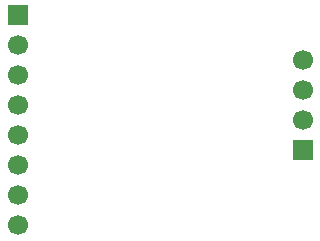
<source format=gbr>
%TF.GenerationSoftware,KiCad,Pcbnew,9.0.1*%
%TF.CreationDate,2025-07-19T07:25:43-04:00*%
%TF.ProjectId,SOT23,534f5432-332e-46b6-9963-61645f706362,rev?*%
%TF.SameCoordinates,Original*%
%TF.FileFunction,Copper,L2,Bot*%
%TF.FilePolarity,Positive*%
%FSLAX46Y46*%
G04 Gerber Fmt 4.6, Leading zero omitted, Abs format (unit mm)*
G04 Created by KiCad (PCBNEW 9.0.1) date 2025-07-19 07:25:43*
%MOMM*%
%LPD*%
G01*
G04 APERTURE LIST*
%TA.AperFunction,ComponentPad*%
%ADD10R,1.700000X1.700000*%
%TD*%
%TA.AperFunction,ComponentPad*%
%ADD11C,1.700000*%
%TD*%
G04 APERTURE END LIST*
D10*
%TO.P,J1,1,Pin_1*%
%TO.N,Net-(J1-Pin_1)*%
X138430000Y-82550000D03*
D11*
%TO.P,J1,2,Pin_2*%
%TO.N,Net-(J1-Pin_2)*%
X138430000Y-85090000D03*
%TO.P,J1,3,Pin_3*%
%TO.N,Net-(J1-Pin_3)*%
X138430000Y-87630000D03*
%TO.P,J1,4,Pin_4*%
%TO.N,Net-(J1-Pin_4)*%
X138430000Y-90170000D03*
%TO.P,J1,5,Pin_5*%
%TO.N,Net-(J1-Pin_5)*%
X138430000Y-92710000D03*
%TO.P,J1,6,Pin_6*%
%TO.N,Net-(J1-Pin_6)*%
X138430000Y-95250000D03*
%TO.P,J1,7,Pin_7*%
%TO.N,Net-(J1-Pin_7)*%
X138430000Y-97790000D03*
%TO.P,J1,8,Pin_8*%
%TO.N,Net-(J1-Pin_8)*%
X138430000Y-100330000D03*
%TD*%
D10*
%TO.P,J2,1,Pin_1*%
%TO.N,Net-(J2-Pin_1)*%
X162560000Y-93980000D03*
D11*
%TO.P,J2,2,Pin_2*%
%TO.N,Net-(J2-Pin_2)*%
X162560000Y-91440000D03*
%TO.P,J2,3,Pin_3*%
%TO.N,Net-(J2-Pin_3)*%
X162560000Y-88900000D03*
%TO.P,J2,4,Pin_4*%
%TO.N,Net-(J2-Pin_4)*%
X162560000Y-86360000D03*
%TD*%
M02*

</source>
